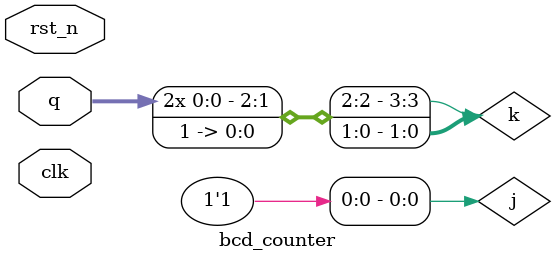
<source format=v>
module bcd_counter(
input wire clk,
input wire rst_n,
input wire [3:0] q
    );
wire [3:0] q_b;
wire [3:0] j;
wire [3:0] k;

assign j[3] = q[0] & q[1] & q[2];
assign k[3] = q[0];

assign j[2] = q[1] & q[0];
assign k[2] = q[1] & q[0];

assign j[1] = q[0] & q_b[3];
assign k[1] = q[0];

assign j[0] = 1'b1;
assign k[0] = 1'b1;

jk_ff U0(.clk(clk), .rst_n(rst_n), .j(j[0]), .k(k[0]), .q(q[0]), .q_b(q_b[0]));
jk_ff U1(.clk(clk), .rst_n(rst_n), .j(j[1]), .k(k[1]), .q(q[1]), .q_b(q_b[1]));
jk_ff U2(.clk(clk), .rst_n(rst_n), .j(j[2]), .k(k[2]), .q(q[2]), .q_b(q_b[2]));
jk_ff U3(.clk(clk), .rst_n(rst_n), .j(j[3]), .k(k[3]), .q(q[3]), .q_b(q_b[3]));
endmodule

</source>
